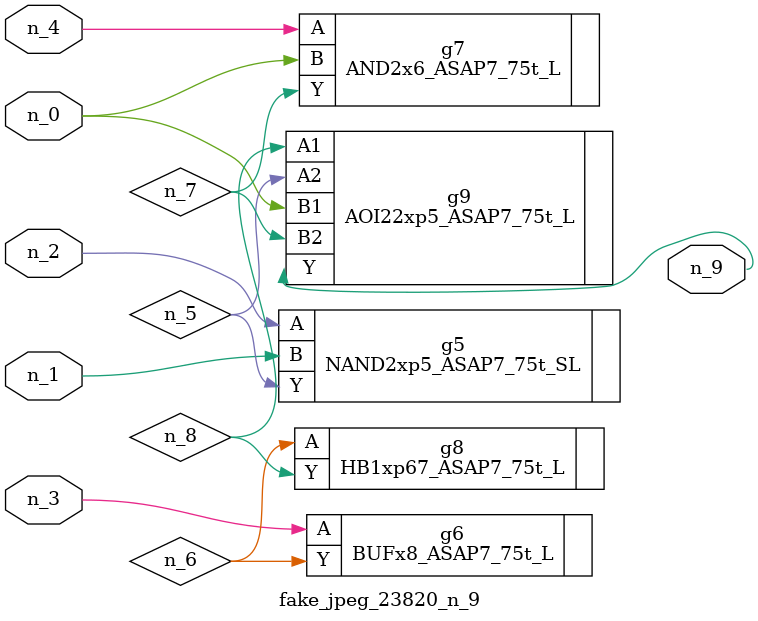
<source format=v>
module fake_jpeg_23820_n_9 (n_3, n_2, n_1, n_0, n_4, n_9);

input n_3;
input n_2;
input n_1;
input n_0;
input n_4;

output n_9;

wire n_8;
wire n_6;
wire n_5;
wire n_7;

NAND2xp5_ASAP7_75t_SL g5 ( 
.A(n_2),
.B(n_1),
.Y(n_5)
);

BUFx8_ASAP7_75t_L g6 ( 
.A(n_3),
.Y(n_6)
);

AND2x6_ASAP7_75t_L g7 ( 
.A(n_4),
.B(n_0),
.Y(n_7)
);

HB1xp67_ASAP7_75t_L g8 ( 
.A(n_6),
.Y(n_8)
);

AOI22xp5_ASAP7_75t_L g9 ( 
.A1(n_8),
.A2(n_5),
.B1(n_0),
.B2(n_7),
.Y(n_9)
);


endmodule
</source>
